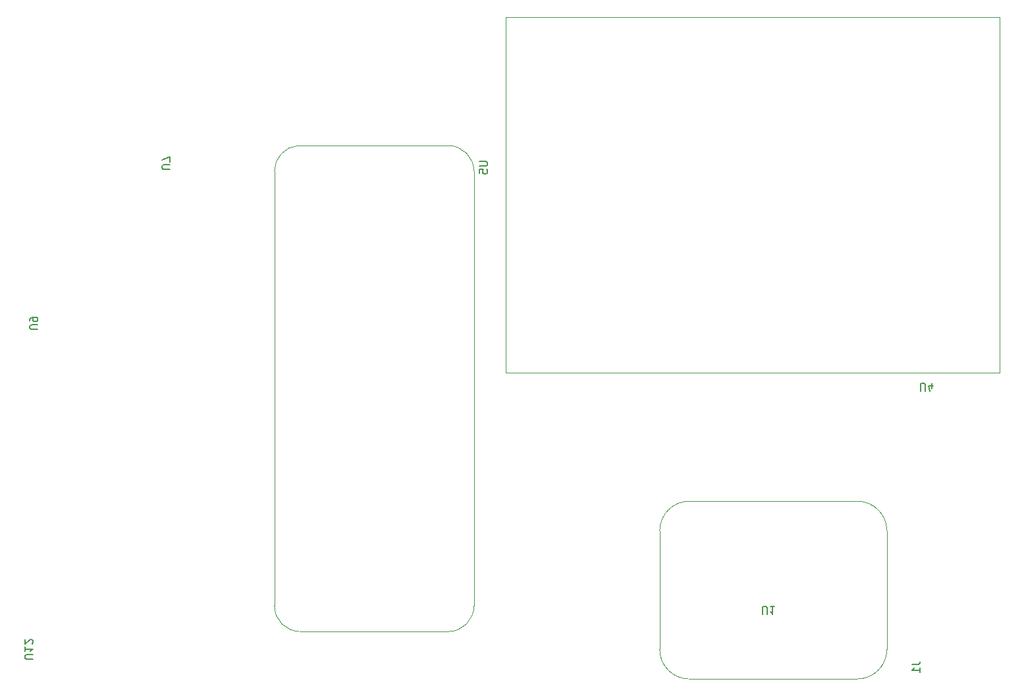
<source format=gbo>
G04 #@! TF.GenerationSoftware,KiCad,Pcbnew,(6.0.10-0)*
G04 #@! TF.CreationDate,2023-01-03T15:37:50-08:00*
G04 #@! TF.ProjectId,lasagna-motherboard,6c617361-676e-4612-9d6d-6f7468657262,v0.1*
G04 #@! TF.SameCoordinates,Original*
G04 #@! TF.FileFunction,Legend,Bot*
G04 #@! TF.FilePolarity,Positive*
%FSLAX46Y46*%
G04 Gerber Fmt 4.6, Leading zero omitted, Abs format (unit mm)*
G04 Created by KiCad (PCBNEW (6.0.10-0)) date 2023-01-03 15:37:50*
%MOMM*%
%LPD*%
G01*
G04 APERTURE LIST*
%ADD10C,0.150000*%
%ADD11C,0.120000*%
%ADD12C,1.000000*%
%ADD13C,3.302000*%
%ADD14C,2.184000*%
%ADD15R,1.981000X1.981000*%
%ADD16C,1.981000*%
%ADD17C,2.500000*%
%ADD18C,2.286000*%
%ADD19R,3.810000X3.810000*%
%ADD20R,1.778000X1.778000*%
%ADD21C,1.778000*%
%ADD22R,6.350000X6.350000*%
%ADD23C,3.810000*%
%ADD24C,3.429000*%
G04 APERTURE END LIST*
D10*
X241300095Y-114085619D02*
X241300095Y-113276095D01*
X241347714Y-113180857D01*
X241395333Y-113133238D01*
X241490571Y-113085619D01*
X241681047Y-113085619D01*
X241776285Y-113133238D01*
X241823904Y-113180857D01*
X241871523Y-113276095D01*
X241871523Y-114085619D01*
X242776285Y-113752285D02*
X242776285Y-113085619D01*
X242538190Y-114133238D02*
X242300095Y-113418952D01*
X242919142Y-113418952D01*
X184618380Y-84582095D02*
X185427904Y-84582095D01*
X185523142Y-84629714D01*
X185570761Y-84677333D01*
X185618380Y-84772571D01*
X185618380Y-84963047D01*
X185570761Y-85058285D01*
X185523142Y-85105904D01*
X185427904Y-85153523D01*
X184618380Y-85153523D01*
X184618380Y-86105904D02*
X184618380Y-85629714D01*
X185094571Y-85582095D01*
X185046952Y-85629714D01*
X184999333Y-85724952D01*
X184999333Y-85963047D01*
X185046952Y-86058285D01*
X185094571Y-86105904D01*
X185189809Y-86153523D01*
X185427904Y-86153523D01*
X185523142Y-86105904D01*
X185570761Y-86058285D01*
X185618380Y-85963047D01*
X185618380Y-85724952D01*
X185570761Y-85629714D01*
X185523142Y-85582095D01*
X144811619Y-85597904D02*
X144002095Y-85597904D01*
X143906857Y-85550285D01*
X143859238Y-85502666D01*
X143811619Y-85407428D01*
X143811619Y-85216952D01*
X143859238Y-85121714D01*
X143906857Y-85074095D01*
X144002095Y-85026476D01*
X144811619Y-85026476D01*
X144811619Y-84645523D02*
X144811619Y-83978857D01*
X143811619Y-84407428D01*
X127801619Y-106171904D02*
X126992095Y-106171904D01*
X126896857Y-106124285D01*
X126849238Y-106076666D01*
X126801619Y-105981428D01*
X126801619Y-105790952D01*
X126849238Y-105695714D01*
X126896857Y-105648095D01*
X126992095Y-105600476D01*
X127801619Y-105600476D01*
X126801619Y-105076666D02*
X126801619Y-104886190D01*
X126849238Y-104790952D01*
X126896857Y-104743333D01*
X127039714Y-104648095D01*
X127230190Y-104600476D01*
X127611142Y-104600476D01*
X127706380Y-104648095D01*
X127754000Y-104695714D01*
X127801619Y-104790952D01*
X127801619Y-104981428D01*
X127754000Y-105076666D01*
X127706380Y-105124285D01*
X127611142Y-105171904D01*
X127373047Y-105171904D01*
X127277809Y-105124285D01*
X127230190Y-105076666D01*
X127182571Y-104981428D01*
X127182571Y-104790952D01*
X127230190Y-104695714D01*
X127277809Y-104648095D01*
X127373047Y-104600476D01*
X240244380Y-149272666D02*
X240958666Y-149272666D01*
X241101523Y-149225047D01*
X241196761Y-149129809D01*
X241244380Y-148986952D01*
X241244380Y-148891714D01*
X241244380Y-150272666D02*
X241244380Y-149701238D01*
X241244380Y-149986952D02*
X240244380Y-149986952D01*
X240387238Y-149891714D01*
X240482476Y-149796476D01*
X240530095Y-149701238D01*
X127166619Y-148558095D02*
X126357095Y-148558095D01*
X126261857Y-148510476D01*
X126214238Y-148462857D01*
X126166619Y-148367619D01*
X126166619Y-148177142D01*
X126214238Y-148081904D01*
X126261857Y-148034285D01*
X126357095Y-147986666D01*
X127166619Y-147986666D01*
X126166619Y-146986666D02*
X126166619Y-147558095D01*
X126166619Y-147272380D02*
X127166619Y-147272380D01*
X127023761Y-147367619D01*
X126928523Y-147462857D01*
X126880904Y-147558095D01*
X127071380Y-146605714D02*
X127119000Y-146558095D01*
X127166619Y-146462857D01*
X127166619Y-146224761D01*
X127119000Y-146129523D01*
X127071380Y-146081904D01*
X126976142Y-146034285D01*
X126880904Y-146034285D01*
X126738047Y-146081904D01*
X126166619Y-146653333D01*
X126166619Y-146034285D01*
X220980095Y-142787619D02*
X220980095Y-141978095D01*
X221027714Y-141882857D01*
X221075333Y-141835238D01*
X221170571Y-141787619D01*
X221361047Y-141787619D01*
X221456285Y-141835238D01*
X221503904Y-141882857D01*
X221551523Y-141978095D01*
X221551523Y-142787619D01*
X222551523Y-141787619D02*
X221980095Y-141787619D01*
X222265809Y-141787619D02*
X222265809Y-142787619D01*
X222170571Y-142644761D01*
X222075333Y-142549523D01*
X221980095Y-142501904D01*
D11*
X251460000Y-66040000D02*
X187960000Y-66040000D01*
X187960000Y-66040000D02*
X187960000Y-111760000D01*
X187960000Y-111760000D02*
X251460000Y-111760000D01*
X251460000Y-111760000D02*
X251460000Y-66040000D01*
X183896000Y-85852000D02*
X183896000Y-141732000D01*
X161544000Y-145034000D02*
X180594000Y-145034000D01*
X158232246Y-85852000D02*
X158242000Y-141732000D01*
X180594000Y-82550000D02*
X161290000Y-82550001D01*
X180594000Y-145034000D02*
G75*
G03*
X183896000Y-141732000I0J3302000D01*
G01*
X158242000Y-141732000D02*
G75*
G03*
X161544000Y-145034000I3302000J0D01*
G01*
X183896000Y-85852000D02*
G75*
G03*
X180594000Y-82550000I-3302000J0D01*
G01*
X161290000Y-82550001D02*
G75*
G03*
X158232246Y-85852000I254000J-3301999D01*
G01*
X233172000Y-128270000D02*
X211582000Y-128270000D01*
X211582000Y-151130000D02*
X233172000Y-151130000D01*
X207772000Y-132080000D02*
X207772000Y-147320000D01*
X236982000Y-147320000D02*
X236982000Y-132080000D01*
X233172000Y-151130000D02*
G75*
G03*
X236982000Y-147320000I0J3810000D01*
G01*
X207772000Y-147320000D02*
G75*
G03*
X211582000Y-151130000I3809999J-1D01*
G01*
X211582000Y-128270000D02*
G75*
G03*
X207772000Y-132080000I-1J-3809999D01*
G01*
X236982000Y-132080000D02*
G75*
G03*
X233172000Y-128270000I-3810000J0D01*
G01*
%LPC*%
D12*
X234968000Y-71544000D03*
X176968000Y-71544000D03*
X176968000Y-157544000D03*
X234968000Y-157544000D03*
D13*
X191135000Y-108585000D03*
X248285000Y-69215000D03*
X191135000Y-69215000D03*
X248285000Y-108585000D03*
D14*
X222250000Y-74612000D03*
X232410000Y-74612000D03*
D15*
X239712000Y-73660000D03*
D16*
X243213000Y-73660000D03*
D17*
X161544000Y-85852000D03*
X180594000Y-141732000D03*
X180594000Y-85852000D03*
X161544000Y-141732000D03*
D18*
X164592000Y-84582000D03*
X167132000Y-84582000D03*
X169672000Y-84582000D03*
X172212000Y-84582000D03*
X174752000Y-84582000D03*
X177292000Y-84582000D03*
X164592000Y-142748000D03*
X167132000Y-142748000D03*
X169672000Y-142748000D03*
X172212000Y-142748000D03*
X174752000Y-142748000D03*
X177292000Y-142748000D03*
X177292000Y-89662000D03*
X179832000Y-89662000D03*
X182372000Y-89662000D03*
X177292000Y-92202000D03*
X179832000Y-92202000D03*
X182372000Y-92202000D03*
X177292000Y-94742000D03*
X179832000Y-94742000D03*
X182372000Y-94742000D03*
X177292000Y-97282000D03*
X179832000Y-97282000D03*
X182372000Y-97282000D03*
X177419000Y-102362000D03*
X179959000Y-102362000D03*
X182499000Y-102362000D03*
X177419000Y-104902000D03*
X179959000Y-104902000D03*
X182499000Y-104902000D03*
X177419000Y-107442000D03*
X179959000Y-107442000D03*
X182499000Y-107442000D03*
X177419000Y-109982000D03*
X179959000Y-109982000D03*
X182499000Y-109982000D03*
X177419000Y-117602000D03*
X179959000Y-117602000D03*
X182499000Y-117602000D03*
X177419000Y-120142000D03*
X179959000Y-120142000D03*
X182499000Y-120142000D03*
X177419000Y-122682000D03*
X179959000Y-122682000D03*
X182499000Y-122682000D03*
X177419000Y-125222000D03*
X179959000Y-125222000D03*
X182499000Y-125222000D03*
X177419000Y-130302000D03*
X179959000Y-130302000D03*
X182499000Y-130302000D03*
X177419000Y-132842000D03*
X179959000Y-132842000D03*
X182499000Y-132842000D03*
X177419000Y-135382000D03*
X179959000Y-135382000D03*
X182499000Y-135382000D03*
X177419000Y-137922000D03*
X179959000Y-137922000D03*
X182499000Y-137922000D03*
D19*
X143891000Y-142240000D03*
X143891000Y-152400000D03*
D18*
X150495000Y-144780000D03*
X150495000Y-149860000D03*
D19*
X125857000Y-121158000D03*
X125857000Y-131318000D03*
D18*
X132461000Y-123698000D03*
X132461000Y-128778000D03*
D20*
X171450000Y-70612000D03*
D21*
X171450000Y-73152000D03*
X168910000Y-70612000D03*
X168910000Y-73152000D03*
X166370000Y-70612000D03*
X166370000Y-73152000D03*
X163830000Y-70612000D03*
X163830000Y-73152000D03*
X161290000Y-73152000D03*
X161290000Y-70612000D03*
X158750000Y-73152000D03*
X158750000Y-70612000D03*
X156210000Y-73152000D03*
X156210000Y-70612000D03*
X153670000Y-73152000D03*
X153670000Y-70612000D03*
X151130000Y-73152000D03*
X151130000Y-70612000D03*
X148590000Y-73152000D03*
X148590000Y-70612000D03*
X146050000Y-73152000D03*
X146050000Y-70612000D03*
X143510000Y-73152000D03*
X143510000Y-70612000D03*
X140970000Y-73152000D03*
X140970000Y-70612000D03*
X138430000Y-73152000D03*
X138430000Y-70612000D03*
X135890000Y-73152000D03*
X135890000Y-70612000D03*
X133350000Y-73152000D03*
X133350000Y-70612000D03*
X130810000Y-73152000D03*
X130810000Y-70612000D03*
X128270000Y-73152000D03*
X128270000Y-70612000D03*
X125730000Y-73152000D03*
X125730000Y-70612000D03*
X123190000Y-73152000D03*
X123190000Y-70612000D03*
D18*
X41402000Y-68580000D03*
X41402000Y-66040000D03*
D19*
X143764000Y-89916000D03*
X143764000Y-79756000D03*
D18*
X150368000Y-87376000D03*
X150368000Y-82296000D03*
D19*
X125857000Y-110490000D03*
X125857000Y-100330000D03*
D18*
X132461000Y-107950000D03*
X132461000Y-102870000D03*
D22*
X42164000Y-117856000D03*
X42164000Y-107696000D03*
D23*
X243332000Y-147066000D03*
X243332000Y-152146000D03*
D19*
X143764000Y-99314000D03*
X143764000Y-109474000D03*
D18*
X150368000Y-101854000D03*
X150368000Y-106934000D03*
D19*
X125857000Y-80010000D03*
X125857000Y-90170000D03*
D18*
X132461000Y-82550000D03*
X132461000Y-87630000D03*
D19*
X125857000Y-152400000D03*
X125857000Y-142240000D03*
D18*
X132461000Y-149860000D03*
X132461000Y-144780000D03*
D24*
X211582000Y-132080000D03*
X211582000Y-147320000D03*
X233172000Y-132080000D03*
X233172000Y-147320000D03*
D18*
X218567000Y-148590000D03*
X221107000Y-148590000D03*
X223647000Y-148590000D03*
X226187000Y-148590000D03*
X216027000Y-130810000D03*
X218567000Y-130810000D03*
X221107000Y-130810000D03*
X223647000Y-130810000D03*
X226187000Y-130810000D03*
X228727000Y-130810000D03*
D19*
X143891000Y-121158000D03*
X143891000Y-131318000D03*
D18*
X150495000Y-123698000D03*
X150495000Y-128778000D03*
M02*

</source>
